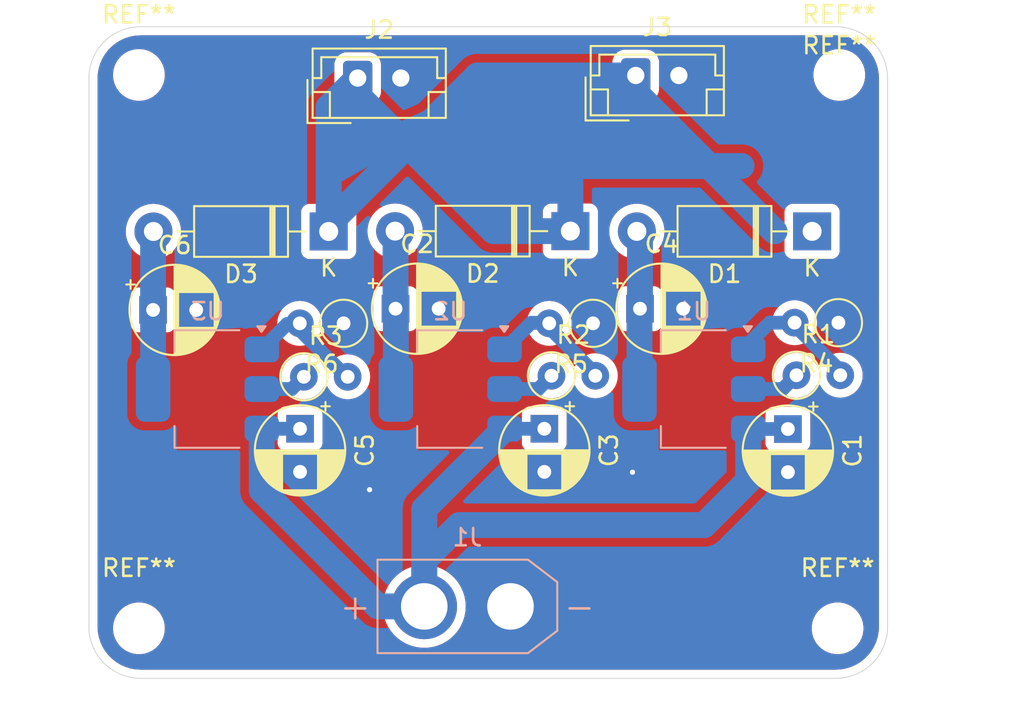
<source format=kicad_pcb>
(kicad_pcb (version 20240108) (generator "pcbnew") (generator_version "8.0")
  (layers (0 "F.Cu" signal) (31 "B.Cu" signal) (34 "B.Paste" user) (35 "F.Paste" user) (36 "B.SilkS" user "B.Silkscreen") (37 "F.SilkS" user "F.Silkscreen") (38 "B.Mask" user) (39 "F.Mask" user) (44 "Edge.Cuts" user))
  (net 0 "")
  (net 1 "+12V")
  (net 2 "GND")
  (net 3 "Net-(D2-A)")
  (net 4 "Net-(D1-A)")
  (net 5 "Net-(D3-A)")
  (net 6 "Net-(U1-ADJ)")
  (net 7 "Net-(U2-ADJ)")
  (net 8 "Net-(U3-ADJ)")
  (net 9 "+8V")
  (footprint "Resistor_THT:R_Axial_DIN0207_L6.3mm_D2.5mm_P2.54mm_Vertical" (layer "F.Cu") (at 152.165 89.408 180)
    (property "Reference" "R6" (at 1.27 -2.37 180) (layer "F.SilkS"))
    (property "Value" "1.5k")
    (pad "1" thru_hole circle (at 0 0 180) (size 1.6 1.6) (drill 0.8) (layers "*.Cu" "*.Mask") (net 2 "GND"))
    (pad "2" thru_hole oval (at 2.54 0 180) (size 1.6 1.6) (drill 0.8) (layers "*.Cu" "*.Mask") (net 8 "Net-(U3-ADJ)"))
  )
  (footprint "Capacitor_THT:CP_Radial_D5.0mm_P2.50mm" (layer "F.Cu") (at 155.174887 88.56)
    (property "Reference" "C2" (at 1.25 -3.75 0) (layer "F.SilkS"))
    (property "Value" "100uF")
    (pad "1" thru_hole rect (at 0 0) (size 1.6 1.6) (drill 0.8) (layers "*.Cu" "*.Mask") (net 3 "Net-(D2-A)"))
    (pad "2" thru_hole circle (at 2.5 0) (size 1.6 1.6) (drill 0.8) (layers "*.Cu" "*.Mask") (net 2 "GND"))
  )
  (footprint "Fiducial:Fiducial_0.5mm_Mask1.5mm" (layer "F.Cu") (at 180.9 75)
    (property "Reference" "REF**" (at 0 -1.7145 0) (layer "F.SilkS"))
    (property "Value" "Fiducial_0.5mm_Mask1.5mm")
    (pad "" smd circle (at 0 0) (size 0.5 0.5) (layers "F.Cu" "F.Mask") (clearance 0.5))
  )
  (footprint "Resistor_THT:R_Axial_DIN0207_L6.3mm_D2.5mm_P2.54mm_Vertical" (layer "F.Cu") (at 166.624 89.408 180)
    (property "Reference" "R5" (at 1.27 -2.37 180) (layer "F.SilkS"))
    (property "Value" "1.5k")
    (pad "1" thru_hole circle (at 0 0 180) (size 1.6 1.6) (drill 0.8) (layers "*.Cu" "*.Mask") (net 2 "GND"))
    (pad "2" thru_hole oval (at 2.54 0 180) (size 1.6 1.6) (drill 0.8) (layers "*.Cu" "*.Mask") (net 7 "Net-(U2-ADJ)"))
  )
  (footprint "Diode_THT:D_DO-41_SOD81_P10.16mm_Horizontal" (layer "F.Cu") (at 151.3 84.08 180)
    (property "Reference" "D3" (at 5.08 -2.47 180) (layer "F.SilkS"))
    (property "Value" "1N4007")
    (fp_text user "K" (at 0 -2.1 180) (layer "F.SilkS"))
    (pad "1" thru_hole rect (at 0 0 180) (size 2.2 2.2) (drill 1.1) (layers "*.Cu" "*.Mask") (net 9 "+8V"))
    (pad "2" thru_hole oval (at 10.16 0 180) (size 2.2 2.2) (drill 1.1) (layers "*.Cu" "*.Mask") (net 5 "Net-(D3-A)"))
  )
  (footprint "MountingHole:MountingHole_2.5mm" (layer "F.Cu") (at 140.3 107.1)
    (property "Reference" "REF**" (at 0 -3.5 0) (layer "F.SilkS"))
    (property "Value" "MountingHole_2.5mm")
    (pad "" np_thru_hole circle (at 0 0) (size 2.5 2.5) (drill 2.5) (layers "F&B.Cu" "*.Mask"))
  )
  (footprint "MountingHole:MountingHole_2.5mm" (layer "F.Cu") (at 180.9 75)
    (property "Reference" "REF**" (at 0 -3.5 0) (layer "F.SilkS"))
    (property "Value" "MountingHole_2.5mm")
    (pad "" np_thru_hole circle (at 0 0) (size 2.5 2.5) (drill 2.5) (layers "F&B.Cu" "*.Mask"))
  )
  (footprint "Resistor_THT:R_Axial_DIN0207_L6.3mm_D2.5mm_P2.54mm_Vertical" (layer "F.Cu") (at 180.848 89.37 180)
    (property "Reference" "R4" (at 1.27 -2.37 180) (layer "F.SilkS"))
    (property "Value" "1.5k")
    (pad "1" thru_hole circle (at 0 0 180) (size 1.6 1.6) (drill 0.8) (layers "*.Cu" "*.Mask") (net 2 "GND"))
    (pad "2" thru_hole oval (at 2.54 0 180) (size 1.6 1.6) (drill 0.8) (layers "*.Cu" "*.Mask") (net 6 "Net-(U1-ADJ)"))
  )
  (footprint "Capacitor_THT:CP_Radial_D5.0mm_P2.50mm" (layer "F.Cu") (at 169.344888 88.56)
    (property "Reference" "C4" (at 1.25 -3.75 0) (layer "F.SilkS"))
    (property "Value" "100uF")
    (pad "1" thru_hole rect (at 0 0) (size 1.6 1.6) (drill 0.8) (layers "*.Cu" "*.Mask") (net 4 "Net-(D1-A)"))
    (pad "2" thru_hole circle (at 2.5 0) (size 1.6 1.6) (drill 0.8) (layers "*.Cu" "*.Mask") (net 2 "GND"))
  )
  (footprint "MountingHole:MountingHole_2.5mm" (layer "F.Cu") (at 140.3 75)
    (property "Reference" "REF**" (at 0 -3.5 0) (layer "F.SilkS"))
    (property "Value" "MountingHole_2.5mm")
    (pad "" np_thru_hole circle (at 0 0) (size 2.5 2.5) (drill 2.5) (layers "*.Cu" "*.Mask"))
  )
  (footprint "Connector_JST:JST_EH_B2B-EH-A_1x02_P2.50mm_Vertical" (layer "F.Cu") (at 152.98 75.18)
    (property "Reference" "J2" (at 1.25 -2.8 0) (layer "F.SilkS"))
    (property "Value" "Conn_01x02_Pin")
    (pad "1" thru_hole roundrect (at 0 0) (size 1.7 2) (drill 1) (layers "*.Cu" "*.Mask") (roundrect_rratio 0.147059) (net 9 "+8V"))
    (pad "2" thru_hole oval (at 2.5 0) (size 1.7 2) (drill 1) (layers "*.Cu" "*.Mask") (net 2 "GND"))
  )
  (footprint "MountingHole:MountingHole_2.5mm" (layer "F.Cu") (at 180.8 107.1)
    (property "Reference" "REF**" (at 0 -3.5 0) (layer "F.SilkS"))
    (property "Value" "MountingHole_2.5mm")
    (pad "" np_thru_hole circle (at 0 0) (size 2.5 2.5) (drill 2.5) (layers "F&B.Cu" "*.Mask"))
  )
  (footprint "Capacitor_THT:CP_Radial_D5.0mm_P2.50mm" (layer "F.Cu") (at 177.92 95.54 -90)
    (property "Reference" "C1" (at 1.25 -3.75 90) (layer "F.SilkS"))
    (property "Value" "10uF")
    (pad "1" thru_hole rect (at 0 0 270) (size 1.6 1.6) (drill 0.8) (layers "*.Cu" "*.Mask") (net 1 "+12V"))
    (pad "2" thru_hole circle (at 2.5 0 270) (size 1.6 1.6) (drill 0.8) (layers "*.Cu" "*.Mask") (net 2 "GND"))
  )
  (footprint "Capacitor_THT:CP_Radial_D5.0mm_P2.50mm" (layer "F.Cu") (at 163.8 95.524888 -90)
    (property "Reference" "C3" (at 1.25 -3.75 90) (layer "F.SilkS"))
    (property "Value" "10uF")
    (pad "1" thru_hole rect (at 0 0 270) (size 1.6 1.6) (drill 0.8) (layers "*.Cu" "*.Mask") (net 1 "+12V"))
    (pad "2" thru_hole circle (at 2.5 0 270) (size 1.6 1.6) (drill 0.8) (layers "*.Cu" "*.Mask") (net 2 "GND"))
  )
  (footprint "Capacitor_THT:CP_Radial_D5.0mm_P2.50mm" (layer "F.Cu") (at 149.64 95.524888 -90)
    (property "Reference" "C5" (at 1.25 -3.75 90) (layer "F.SilkS"))
    (property "Value" "10uf")
    (pad "1" thru_hole rect (at 0 0 270) (size 1.6 1.6) (drill 0.8) (layers "*.Cu" "*.Mask") (net 1 "+12V"))
    (pad "2" thru_hole circle (at 2.5 0 270) (size 1.6 1.6) (drill 0.8) (layers "*.Cu" "*.Mask") (net 2 "GND"))
  )
  (footprint "Diode_THT:D_DO-41_SOD81_P10.16mm_Horizontal" (layer "F.Cu") (at 179.324 84.074 180)
    (property "Reference" "D1" (at 5.08 -2.47 180) (layer "F.SilkS"))
    (property "Value" "1N4007")
    (fp_text user "K" (at 0 -2.1 180) (layer "F.SilkS"))
    (pad "1" thru_hole rect (at 0 0 180) (size 2.2 2.2) (drill 1.1) (layers "*.Cu" "*.Mask") (net 9 "+8V"))
    (pad "2" thru_hole oval (at 10.16 0 180) (size 2.2 2.2) (drill 1.1) (layers "*.Cu" "*.Mask") (net 4 "Net-(D1-A)"))
  )
  (footprint "Resistor_THT:R_Axial_DIN0207_L6.3mm_D2.5mm_P2.54mm_Vertical" (layer "F.Cu") (at 149.86 92.51)
    (property "Reference" "R3" (at 1.27 -2.37 0) (layer "F.SilkS"))
    (property "Value" "300")
    (pad "1" thru_hole circle (at 0 0) (size 1.6 1.6) (drill 0.8) (layers "*.Cu" "*.Mask") (net 5 "Net-(D3-A)"))
    (pad "2" thru_hole oval (at 2.54 0) (size 1.6 1.6) (drill 0.8) (layers "*.Cu" "*.Mask") (net 8 "Net-(U3-ADJ)"))
  )
  (footprint "Resistor_THT:R_Axial_DIN0207_L6.3mm_D2.5mm_P2.54mm_Vertical" (layer "F.Cu") (at 164.215 92.45)
    (property "Reference" "R2" (at 1.27 -2.37 0) (layer "F.SilkS"))
    (property "Value" "300")
    (pad "1" thru_hole circle (at 0 0) (size 1.6 1.6) (drill 0.8) (layers "*.Cu" "*.Mask") (net 3 "Net-(D2-A)"))
    (pad "2" thru_hole oval (at 2.54 0) (size 1.6 1.6) (drill 0.8) (layers "*.Cu" "*.Mask") (net 7 "Net-(U2-ADJ)"))
  )
  (footprint "Diode_THT:D_DO-41_SOD81_P10.16mm_Horizontal" (layer "F.Cu") (at 165.31 84.06 180)
    (property "Reference" "D2" (at 5.08 -2.47 180) (layer "F.SilkS"))
    (property "Value" "1N4007")
    (fp_text user "K" (at 0 -2.1 180) (layer "F.SilkS"))
    (pad "1" thru_hole rect (at 0 0 180) (size 2.2 2.2) (drill 1.1) (layers "*.Cu" "*.Mask") (net 9 "+8V"))
    (pad "2" thru_hole oval (at 10.16 0 180) (size 2.2 2.2) (drill 1.1) (layers "*.Cu" "*.Mask") (net 3 "Net-(D2-A)"))
  )
  (footprint "Resistor_THT:R_Axial_DIN0207_L6.3mm_D2.5mm_P2.54mm_Vertical" (layer "F.Cu") (at 178.415 92.42)
    (property "Reference" "R1" (at 1.27 -2.37 0) (layer "F.SilkS"))
    (property "Value" "300")
    (pad "1" thru_hole circle (at 0 0) (size 1.6 1.6) (drill 0.8) (layers "*.Cu" "*.Mask") (net 4 "Net-(D1-A)"))
    (pad "2" thru_hole oval (at 2.54 0) (size 1.6 1.6) (drill 0.8) (layers "*.Cu" "*.Mask") (net 6 "Net-(U1-ADJ)"))
  )
  (footprint "Capacitor_THT:CP_Radial_D5.0mm_P2.50mm" (layer "F.Cu") (at 141.12 88.63)
    (property "Reference" "C6" (at 1.25 -3.75 0) (layer "F.SilkS"))
    (property "Value" "100uF")
    (pad "1" thru_hole rect (at 0 0) (size 1.6 1.6) (drill 0.8) (layers "*.Cu" "*.Mask") (net 5 "Net-(D3-A)"))
    (pad "2" thru_hole circle (at 2.5 0) (size 1.6 1.6) (drill 0.8) (layers "*.Cu" "*.Mask") (net 2 "GND"))
  )
  (footprint "Connector_JST:JST_EH_B2B-EH-A_1x02_P2.50mm_Vertical" (layer "F.Cu") (at 169.1 75.03)
    (property "Reference" "J3" (at 1.25 -2.8 0) (layer "F.SilkS"))
    (property "Value" "Conn_01x02_Pin" (hide yes))
    (pad "1" thru_hole roundrect (at 0 0) (size 1.7 2) (drill 1) (layers "*.Cu" "*.Mask") (roundrect_rratio 0.147059) (net 9 "+8V"))
    (pad "2" thru_hole oval (at 2.5 0) (size 1.7 2) (drill 1) (layers "*.Cu" "*.Mask") (net 2 "GND"))
  )
  (footprint "Package_TO_SOT_SMD:SOT-223-3_TabPin2" (layer "B.Cu") (at 172.466 93.218 180)
    (property "Reference" "U1" (at 0 4.5 180) (layer "B.SilkS") (effects (justify mirror)))
    (property "Value" "AZ1117-ADJ")
    (pad "1" smd roundrect (at -3.15 2.3 180) (size 2 1.5) (layers "B.Cu" "B.Paste" "B.Mask") (net 6 "Net-(U1-ADJ)"))
    (pad "2" smd roundrect (at -3.15 0 180) (size 2 1.5) (layers "B.Cu" "B.Paste" "B.Mask") (net 4 "Net-(D1-A)"))
    (pad "2" smd roundrect (at 3.15 0 180) (size 2 3.8) (layers "B.Cu" "B.Paste" "B.Mask") (net 4 "Net-(D1-A)"))
    (pad "3" smd roundrect (at -3.15 -2.3 180) (size 2 1.5) (layers "B.Cu" "B.Paste" "B.Mask") (net 1 "+12V"))
  )
  (footprint "Package_TO_SOT_SMD:SOT-223-3_TabPin2" (layer "B.Cu") (at 158.344 93.218 180)
    (property "Reference" "U2" (at 0 4.5 180) (layer "B.SilkS") (effects (justify mirror)))
    (property "Value" "AZ1117-ADJ")
    (pad "1" smd roundrect (at -3.15 2.3 180) (size 2 1.5) (layers "B.Cu" "B.Paste" "B.Mask") (net 7 "Net-(U2-ADJ)"))
    (pad "2" smd roundrect (at -3.15 0 180) (size 2 1.5) (layers "B.Cu" "B.Paste" "B.Mask") (net 3 "Net-(D2-A)"))
    (pad "2" smd roundrect (at 3.15 0 180) (size 2 3.8) (layers "B.Cu" "B.Paste" "B.Mask") (net 3 "Net-(D2-A)"))
    (pad "3" smd roundrect (at -3.15 -2.3 180) (size 2 1.5) (layers "B.Cu" "B.Paste" "B.Mask") (net 1 "+12V"))
  )
  (footprint "Connector_AMASS:AMASS_XT30U-M_1x02_P5.0mm_Vertical" (layer "B.Cu") (at 161.84 105.83 180)
    (property "Reference" "J1" (at 2.5 4 180) (layer "B.SilkS") (effects (justify mirror)))
    (property "Value" "Conn_01x02_Pin")
    (fp_text user "+" (at 9 0 180) (layer "B.SilkS") (effects (font (size 1.5 1.5)) (justify mirror)))
    (fp_text user "-" (at -4 0 180) (layer "B.SilkS") (effects (font (size 1.5 1.5)) (justify mirror)))
    (pad "1" thru_hole rect (at 0 0 180) (size 3.8 3.8) (drill 2.7) (layers "*.Cu" "*.Mask") (net 2 "GND"))
    (pad "2" thru_hole circle (at 5 0 180) (size 3.8 3.8) (drill 2.7) (layers "*.Cu" "*.Mask") (net 1 "+12V"))
  )
  (footprint "Package_TO_SOT_SMD:SOT-223-3_TabPin2" (layer "B.Cu") (at 144.272 93.218 180)
    (property "Reference" "U3" (at 0 4.5 180) (layer "B.SilkS") (effects (justify mirror)))
    (property "Value" "AZ1117-ADJ")
    (pad "1" smd roundrect (at -3.15 2.3 180) (size 2 1.5) (layers "B.Cu" "B.Paste" "B.Mask") (net 8 "Net-(U3-ADJ)"))
    (pad "2" smd roundrect (at -3.15 0 180) (size 2 1.5) (layers "B.Cu" "B.Paste" "B.Mask") (net 5 "Net-(D3-A)"))
    (pad "2" smd roundrect (at 3.15 0 180) (size 2 3.8) (layers "B.Cu" "B.Paste" "B.Mask") (net 5 "Net-(D3-A)"))
    (pad "3" smd roundrect (at -3.15 -2.3 180) (size 2 1.5) (layers "B.Cu" "B.Paste" "B.Mask") (net 1 "+12V"))
  )
  (gr_line (start 140.4 72.2) (end 180.7 72.2) (stroke (width 0.05)) (layer "Edge.Cuts"))
  (gr_arc (start 180.7 72.2) (mid 182.82132 73.07868) (end 183.7 75.2) (stroke (width 0.05)) (layer "Edge.Cuts"))
  (gr_line (start 137.4 107) (end 137.4 75.2) (stroke (width 0.05)) (layer "Edge.Cuts"))
  (gr_line (start 183.7 75.2) (end 183.7 107) (stroke (width 0.05)) (layer "Edge.Cuts"))
  (gr_arc (start 183.7 107) (mid 182.82132 109.12132) (end 180.7 110) (stroke (width 0.05)) (layer "Edge.Cuts"))
  (gr_arc (start 140.4 110) (mid 138.27868 109.12132) (end 137.4 107) (stroke (width 0.05)) (layer "Edge.Cuts"))
  (gr_line (start 180.7 110) (end 140.4 110) (stroke (width 0.05)) (layer "Edge.Cuts"))
  (gr_arc (start 137.4 75.2) (mid 138.27868 73.07868) (end 140.4 72.2) (stroke (width 0.05)) (layer "Edge.Cuts"))
  (gr_text "8V" (at 167.386 80.01 0) (layer "F.Cu" knockout) (effects (font (size 1.5 1.5) (thickness 0.3) (bold yes)) (justify left bottom)))
  (gr_text "8V" (at 151.384 80.01 0) (layer "F.Cu" knockout) (effects (font (size 1.5 1.5) (thickness 0.3) (bold yes)) (justify left bottom)))
  (segment (start 154.152995 105.83) (end 147.422 99.099005) (width 1.5) (layer "B.Cu") (net 1))
  (segment (start 175.638 95.54) (end 175.616 95.518) (width 0.8) (layer "B.Cu") (net 1))
  (segment (start 156.84 105.83) (end 156.84 103.142995) (width 1.5) (layer "B.Cu") (net 1))
  (segment (start 161.500888 95.524888) (end 161.494 95.518) (width 0.8) (layer "B.Cu") (net 1))
  (segment (start 147.422 99.099005) (end 147.422 95.518) (width 1.5) (layer "B.Cu") (net 1))
  (segment (start 156.84 100.172) (end 161.494 95.518) (width 1.5) (layer "B.Cu") (net 1))
  (segment (start 158.872995 101.11) (end 173.06 101.11) (width 1.5) (layer "B.Cu") (net 1))
  (segment (start 163.8 95.524888) (end 161.500888 95.524888) (width 0.8) (layer "B.Cu") (net 1))
  (segment (start 156.84 103.142995) (end 158.872995 101.11) (width 1.5) (layer "B.Cu") (net 1))
  (segment (start 156.84 105.83) (end 156.84 100.172) (width 1.5) (layer "B.Cu") (net 1))
  (segment (start 175.616 98.554) (end 175.616 95.518) (width 1.5) (layer "B.Cu") (net 1))
  (segment (start 147.428888 95.524888) (end 147.422 95.518) (width 0.8) (layer "B.Cu") (net 1))
  (segment (start 163.576 95.504) (end 163.596888 95.524888) (width 0.8) (layer "B.Cu") (net 1))
  (segment (start 156.84 105.83) (end 154.152995 105.83) (width 1.5) (layer "B.Cu") (net 1))
  (segment (start 149.64 95.524888) (end 147.428888 95.524888) (width 0.8) (layer "B.Cu") (net 1))
  (segment (start 163.8 95.524888) (end 163.596888 95.524888) (width 0.8) (layer "B.Cu") (net 1))
  (segment (start 173.06 101.11) (end 175.616 98.554) (width 1.5) (layer "B.Cu") (net 1))
  (segment (start 177.92 95.54) (end 175.638 95.54) (width 0.8) (layer "B.Cu") (net 1))
  (via (at 153.67 99.06) (size 0.6) (drill 0.3) (layers "F.Cu" "B.Cu") (net 2))
  (via (at 168.91 98.044) (size 0.6) (drill 0.3) (layers "F.Cu" "B.Cu") (net 2))
  (segment (start 161.494 93.218) (end 163.447 93.218) (width 0.8) (layer "B.Cu") (net 3))
  (segment (start 163.447 93.218) (end 164.215 92.45) (width 0.8) (layer "B.Cu") (net 3))
  (segment (start 155.174887 88.56) (end 155.174887 84.084887) (width 1.5) (layer "B.Cu") (net 3))
  (segment (start 155.174887 84.084887) (end 155.15 84.06) (width 1.5) (layer "B.Cu") (net 3))
  (segment (start 155.194 88.579113) (end 155.174887 88.56) (width 1.5) (layer "B.Cu") (net 3))
  (segment (start 155.194 93.218) (end 155.194 88.579113) (width 1.5) (layer "B.Cu") (net 3))
  (segment (start 169.316 88.588888) (end 169.344888 88.56) (width 1.5) (layer "B.Cu") (net 4))
  (segment (start 169.344888 88.56) (end 169.344888 84.254888) (width 1.5) (layer "B.Cu") (net 4))
  (segment (start 177.617 93.218) (end 178.415 92.42) (width 0.8) (layer "B.Cu") (net 4))
  (segment (start 169.344888 84.254888) (end 169.12 84.03) (width 1.5) (layer "B.Cu") (net 4))
  (segment (start 175.616 93.218) (end 177.617 93.218) (width 0.8) (layer "B.Cu") (net 4))
  (segment (start 169.12 84.03) (end 168.82 84.03) (width 1.5) (layer "B.Cu") (net 4))
  (segment (start 169.316 93.218) (end 169.316 88.588888) (width 1.5) (layer "B.Cu") (net 4))
  (segment (start 147.422 93.218) (end 149.152 93.218) (width 0.8) (layer "B.Cu") (net 5))
  (segment (start 141.122 88.632) (end 141.12 88.63) (width 1.5) (layer "B.Cu") (net 5))
  (segment (start 141.122 93.218) (end 141.122 88.632) (width 1.5) (layer "B.Cu") (net 5))
  (segment (start 141.12 84.1) (end 141.14 84.08) (width 1.5) (layer "B.Cu") (net 5))
  (segment (start 141.12 88.63) (end 141.12 84.1) (width 1.5) (layer "B.Cu") (net 5))
  (segment (start 149.152 93.218) (end 149.86 92.51) (width 0.8) (layer "B.Cu") (net 5))
  (segment (start 177.965 89.37) (end 177.965 89.43) (width 0.8) (layer "F.Cu") (net 6))
  (segment (start 180.955 92.42) (end 180.955 92.36) (width 0.8) (layer "F.Cu") (net 6))
  (segment (start 177.965 89.43) (end 178.222 89.43) (width 0.8) (layer "B.Cu") (net 6))
  (segment (start 176.88 89.37) (end 177.965 89.37) (width 0.8) (layer "B.Cu") (net 6))
  (segment (start 178.222 89.43) (end 180.955 92.163) (width 0.8) (layer "B.Cu") (net 6))
  (segment (start 176.87 89.36) (end 176.88 89.37) (width 0.8) (layer "B.Cu") (net 6))
  (segment (start 180.955 92.163) (end 180.955 92.42) (width 0.8) (layer "B.Cu") (net 6))
  (segment (start 175.616 90.614) (end 176.87 89.36) (width 0.8) (layer "B.Cu") (net 6))
  (segment (start 175.616 90.918) (end 175.616 90.614) (width 0.8) (layer "B.Cu") (net 6))
  (segment (start 163.802 89.38) (end 163.032 89.38) (width 0.8) (layer "B.Cu") (net 7))
  (segment (start 163.032 89.38) (end 161.494 90.918) (width 0.8) (layer "B.Cu") (net 7))
  (segment (start 166.755 92.333) (end 163.802 89.38) (width 0.8) (layer "B.Cu") (net 7))
  (segment (start 166.755 92.45) (end 166.755 92.333) (width 0.8) (layer "B.Cu") (net 7))
  (segment (start 152.62 92.51) (end 152.3365 92.51) (width 0.8) (layer "B.Cu") (net 8))
  (segment (start 148.89 89.45) (end 147.422 90.918) (width 0.8) (layer "B.Cu") (net 8))
  (segment (start 152.3365 92.51) (end 149.2765 89.45) (width 0.8) (layer "B.Cu") (net 8))
  (segment (start 149.2765 89.45) (end 148.89 89.45) (width 0.8) (layer "B.Cu") (net 8))
  (segment (start 159.92 75.03) (end 169.1 75.03) (width 1.5) (layer "B.Cu") (net 9))
  (segment (start 151.3 76.86) (end 152.98 75.18) (width 1.5) (layer "B.Cu") (net 9))
  (segment (start 175.235 80.285) (end 157.085 80.285) (width 1.5) (layer "B.Cu") (net 9))
  (segment (start 151.3 83.65) (end 159.92 75.03) (width 1.5) (layer "B.Cu") (net 9))
  (segment (start 169.1 75.03) (end 169.1 76.03) (width 1.5) (layer "B.Cu") (net 9))
  (segment (start 169.1 76.03) (end 177.144 84.074) (width 1.5) (layer "B.Cu") (net 9))
  (segment (start 151.3 84.08) (end 151.3 76.86) (width 1.5) (layer "B.Cu") (net 9))
  (segment (start 165.31 78.82) (end 169.1 75.03) (width 1.5) (layer "B.Cu") (net 9))
  (segment (start 157.085 80.285) (end 160.86 84.06) (width 1.5) (layer "B.Cu") (net 9))
  (segment (start 151.3 84.08) (end 151.3 83.65) (width 1.5) (layer "B.Cu") (net 9))
  (segment (start 152.98 76.18) (end 157.085 80.285) (width 1.5) (layer "B.Cu") (net 9))
  (segment (start 165.31 84.06) (end 165.31 78.82) (width 1.5) (layer "B.Cu") (net 9))
  (segment (start 160.86 84.06) (end 165.31 84.06) (width 1.5) (layer "B.Cu") (net 9))
  (segment (start 152.98 75.18) (end 152.98 76.18) (width 1.5) (layer "B.Cu") (net 9))
  (zone (net 2) (net_name "GND") (layer "F.Cu") (connect_pads yes (clearance 0.5)) (min_thickness 0.25) (fill yes (thermal_gap 0.5) (thermal_bridge_width 0.5))
    (polygon (pts (xy 137.4 72.2) (xy 137.4 110) (xy 183.7 110) (xy 183.7 72.2)))
  )
  (zone (net 0) (net_name "") (layer "B.Cu") (name "kinsi") (connect_pads (clearance 0)) (min_thickness 0.25)
    (keepout (tracks not_allowed) (vias not_allowed) (pads not_allowed) (copperpour not_allowed) (footprints allowed))
    (fill (thermal_gap 0.5) (thermal_bridge_width 0.5))
    (polygon (pts (xy 156.464 89.916) (xy 160.274 89.916) (xy 160.274 95.504) (xy 159.004 96.774) (xy 156.464 96.774)))
  )
  (zone (net 9) (net_name "+8V") (layer "B.Cu") (priority 2) (connect_pads (clearance 0.5)) (min_thickness 0.25) (fill yes (thermal_gap 0.5) (thermal_bridge_width 0.5))
    (polygon (pts (xy 160.528 83.566) (xy 155.448 79.248) (xy 151.892 81.28) (xy 150.6 76.5) (xy 152.4 76.2) (xy 155.4 77.716) (xy 157.7 76.7) (xy 159.9 74.5) (xy 168.402 75.946) (xy 173.228 79.502) (xy 173.99 81.026) (xy 165.608 80.772) (xy 165.1 84.328)))
  )
  (zone (net 0) (net_name "") (layer "B.Cu") (name "kinsi") (connect_pads (clearance 0)) (min_thickness 0.25)
    (keepout (tracks not_allowed) (vias not_allowed) (pads not_allowed) (copperpour not_allowed) (footprints allowed))
    (fill (thermal_gap 0.5) (thermal_bridge_width 0.5))
    (polygon (pts (xy 142.494 89.916) (xy 146.304 89.662) (xy 146.304 96.774) (xy 142.494 96.774)))
  )
  (zone (net 2) (net_name "GND") (layer "B.Cu") (priority 1) (connect_pads yes (clearance 0.5)) (min_thickness 0.25) (fill yes (thermal_gap 0.5) (thermal_bridge_width 0.5))
    (polygon (pts (xy 137.4 72.2) (xy 137.4 110) (xy 183.7 110) (xy 183.7 72.2)))
  )
  (zone (net 0) (net_name "") (layer "B.Cu") (name "kinsi") (connect_pads (clearance 0)) (min_thickness 0.25)
    (keepout (tracks not_allowed) (vias not_allowed) (pads not_allowed) (copperpour not_allowed) (footprints allowed))
    (fill (thermal_gap 0.5) (thermal_bridge_width 0.5))
    (polygon (pts (xy 170.434 89.916) (xy 174.244 89.662) (xy 174.244 96.774) (xy 170.434 96.774)))
  )
)
</source>
